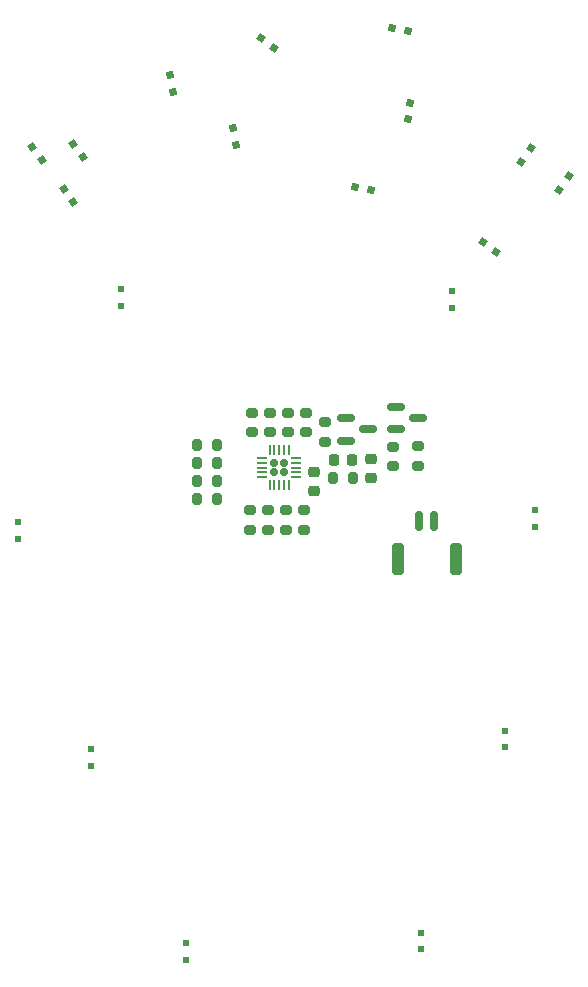
<source format=gbr>
%TF.GenerationSoftware,KiCad,Pcbnew,8.0.5*%
%TF.CreationDate,2024-10-29T18:32:59-07:00*%
%TF.ProjectId,dfiu-ch32v003,64666975-2d63-4683-9332-763030332e6b,rev?*%
%TF.SameCoordinates,Original*%
%TF.FileFunction,Paste,Bot*%
%TF.FilePolarity,Positive*%
%FSLAX46Y46*%
G04 Gerber Fmt 4.6, Leading zero omitted, Abs format (unit mm)*
G04 Created by KiCad (PCBNEW 8.0.5) date 2024-10-29 18:32:59*
%MOMM*%
%LPD*%
G01*
G04 APERTURE LIST*
G04 Aperture macros list*
%AMRoundRect*
0 Rectangle with rounded corners*
0 $1 Rounding radius*
0 $2 $3 $4 $5 $6 $7 $8 $9 X,Y pos of 4 corners*
0 Add a 4 corners polygon primitive as box body*
4,1,4,$2,$3,$4,$5,$6,$7,$8,$9,$2,$3,0*
0 Add four circle primitives for the rounded corners*
1,1,$1+$1,$2,$3*
1,1,$1+$1,$4,$5*
1,1,$1+$1,$6,$7*
1,1,$1+$1,$8,$9*
0 Add four rect primitives between the rounded corners*
20,1,$1+$1,$2,$3,$4,$5,0*
20,1,$1+$1,$4,$5,$6,$7,0*
20,1,$1+$1,$6,$7,$8,$9,0*
20,1,$1+$1,$8,$9,$2,$3,0*%
%AMRotRect*
0 Rectangle, with rotation*
0 The origin of the aperture is its center*
0 $1 length*
0 $2 width*
0 $3 Rotation angle, in degrees counterclockwise*
0 Add horizontal line*
21,1,$1,$2,0,0,$3*%
G04 Aperture macros list end*
%ADD10RotRect,0.600000X0.600000X55.000000*%
%ADD11RotRect,0.600000X0.600000X170.000000*%
%ADD12RotRect,0.600000X0.600000X260.000000*%
%ADD13RotRect,0.600000X0.600000X100.000000*%
%ADD14RotRect,0.600000X0.600000X305.000000*%
%ADD15RotRect,0.600000X0.600000X280.000000*%
%ADD16RotRect,0.600000X0.600000X235.000000*%
%ADD17RotRect,0.600000X0.600000X145.000000*%
%ADD18RotRect,0.600000X0.600000X350.000000*%
%ADD19RoundRect,0.150000X-0.587500X-0.150000X0.587500X-0.150000X0.587500X0.150000X-0.587500X0.150000X0*%
%ADD20RotRect,0.600000X0.600000X325.000000*%
%ADD21RoundRect,0.167500X0.167500X0.167500X-0.167500X0.167500X-0.167500X-0.167500X0.167500X-0.167500X0*%
%ADD22RoundRect,0.050000X0.375000X0.050000X-0.375000X0.050000X-0.375000X-0.050000X0.375000X-0.050000X0*%
%ADD23RoundRect,0.050000X0.050000X0.375000X-0.050000X0.375000X-0.050000X-0.375000X0.050000X-0.375000X0*%
%ADD24RoundRect,0.200000X0.275000X-0.200000X0.275000X0.200000X-0.275000X0.200000X-0.275000X-0.200000X0*%
%ADD25RoundRect,0.200000X0.200000X0.275000X-0.200000X0.275000X-0.200000X-0.275000X0.200000X-0.275000X0*%
%ADD26RoundRect,0.200000X-0.275000X0.200000X-0.275000X-0.200000X0.275000X-0.200000X0.275000X0.200000X0*%
%ADD27RoundRect,0.200000X-0.200000X-0.275000X0.200000X-0.275000X0.200000X0.275000X-0.200000X0.275000X0*%
%ADD28RoundRect,0.150000X0.150000X0.700000X-0.150000X0.700000X-0.150000X-0.700000X0.150000X-0.700000X0*%
%ADD29RoundRect,0.250000X0.250000X1.100000X-0.250000X1.100000X-0.250000X-1.100000X0.250000X-1.100000X0*%
%ADD30RotRect,0.600000X0.600000X125.000000*%
%ADD31R,0.600000X0.600000*%
%ADD32RoundRect,0.225000X-0.250000X0.225000X-0.250000X-0.225000X0.250000X-0.225000X0.250000X0.225000X0*%
%ADD33RoundRect,0.225000X0.225000X0.250000X-0.225000X0.250000X-0.225000X-0.250000X0.225000X-0.250000X0*%
%ADD34RoundRect,0.225000X0.250000X-0.225000X0.250000X0.225000X-0.250000X0.225000X-0.250000X-0.225000X0*%
G04 APERTURE END LIST*
D10*
%TO.C,D20*%
X89175000Y-94200000D03*
X89978010Y-93053186D03*
%TD*%
D11*
%TO.C,D15*%
X71885636Y-93978445D03*
X73264364Y-94221555D03*
%TD*%
D12*
%TO.C,D16*%
X76325028Y-88203434D03*
X76568138Y-86824706D03*
%TD*%
D13*
%TO.C,D13*%
X56474973Y-85878435D03*
X56231863Y-84499707D03*
%TD*%
D14*
%TO.C,D9*%
X47207805Y-94122539D03*
X48010813Y-95269351D03*
%TD*%
D15*
%TO.C,D12*%
X61578446Y-88985635D03*
X61821554Y-90364365D03*
%TD*%
D16*
%TO.C,D19*%
X85946990Y-91821814D03*
X86750000Y-90675000D03*
%TD*%
D17*
%TO.C,D18*%
X83819353Y-99435814D03*
X82672539Y-98632804D03*
%TD*%
D18*
%TO.C,D17*%
X74985635Y-80503446D03*
X76364365Y-80746554D03*
%TD*%
D19*
%TO.C,Q1*%
X75361196Y-114462500D03*
X75361196Y-112562500D03*
X77236196Y-113512500D03*
%TD*%
D20*
%TO.C,D14*%
X63903188Y-81371994D03*
X65050000Y-82175000D03*
%TD*%
D21*
%TO.C,U1*%
X65860000Y-117302500D03*
X65860000Y-118122500D03*
X65040000Y-117302500D03*
X65040000Y-118122500D03*
D22*
X66900000Y-116912500D03*
X66900000Y-117312500D03*
X66900000Y-117712500D03*
X66900000Y-118112500D03*
X66900000Y-118512500D03*
D23*
X66250000Y-119162500D03*
X65850000Y-119162500D03*
X65450000Y-119162500D03*
X65050000Y-119162500D03*
X64650000Y-119162500D03*
D22*
X64000000Y-118512500D03*
X64000000Y-118112500D03*
X64000000Y-117712500D03*
X64000000Y-117312500D03*
X64000000Y-116912500D03*
D23*
X64650000Y-116262500D03*
X65050000Y-116262500D03*
X65450000Y-116262500D03*
X65850000Y-116262500D03*
X66250000Y-116262500D03*
%TD*%
D24*
%TO.C,R16*%
X69298696Y-115537500D03*
X69298696Y-113887500D03*
%TD*%
%TO.C,R15*%
X77248696Y-117562500D03*
X77248696Y-115912500D03*
%TD*%
%TO.C,R14*%
X75098696Y-117587500D03*
X75098696Y-115937500D03*
%TD*%
D25*
%TO.C,R13*%
X71698696Y-118612500D03*
X70048696Y-118612500D03*
%TD*%
D26*
%TO.C,R12*%
X67750000Y-114737500D03*
X67750000Y-113087500D03*
%TD*%
%TO.C,R11*%
X66225000Y-113087500D03*
X66225000Y-114737500D03*
%TD*%
%TO.C,R10*%
X64700000Y-113087500D03*
X64700000Y-114737500D03*
%TD*%
%TO.C,R9*%
X63175000Y-113087500D03*
X63175000Y-114737500D03*
%TD*%
D27*
%TO.C,R8*%
X58500000Y-115837500D03*
X60150000Y-115837500D03*
%TD*%
%TO.C,R7*%
X58500000Y-117362500D03*
X60150000Y-117362500D03*
%TD*%
%TO.C,R6*%
X58500000Y-118887500D03*
X60150000Y-118887500D03*
%TD*%
%TO.C,R5*%
X58500000Y-120412500D03*
X60150000Y-120412500D03*
%TD*%
D24*
%TO.C,R4*%
X62950000Y-122987500D03*
X62950000Y-121337500D03*
%TD*%
%TO.C,R3*%
X64475000Y-122987500D03*
X64475000Y-121337500D03*
%TD*%
%TO.C,R2*%
X66000000Y-122987500D03*
X66000000Y-121337500D03*
%TD*%
%TO.C,R1*%
X67525000Y-122987500D03*
X67525000Y-121337500D03*
%TD*%
D19*
%TO.C,Q2*%
X71123696Y-115437500D03*
X71123696Y-113537500D03*
X72998696Y-114487500D03*
%TD*%
D28*
%TO.C,LS1*%
X78575000Y-122275000D03*
X77325000Y-122275000D03*
D29*
X80425000Y-125475000D03*
X75475000Y-125475000D03*
%TD*%
D30*
%TO.C,D11*%
X48817194Y-91427461D03*
X48014188Y-90280649D03*
%TD*%
D14*
%TO.C,D10*%
X45353008Y-91696812D03*
X44550000Y-90550000D03*
%TD*%
D31*
%TO.C,D8*%
X52052634Y-102622662D03*
X52052634Y-104022662D03*
%TD*%
%TO.C,D7*%
X43301431Y-123725000D03*
X43301431Y-122325000D03*
%TD*%
%TO.C,D6*%
X49490301Y-141576867D03*
X49490301Y-142976867D03*
%TD*%
%TO.C,D5*%
X57575000Y-158000000D03*
X57575000Y-159400000D03*
%TD*%
%TO.C,D4*%
X77426483Y-158501570D03*
X77426483Y-157101570D03*
%TD*%
%TO.C,D3*%
X84577914Y-141401570D03*
X84577914Y-140001570D03*
%TD*%
%TO.C,D2*%
X87137613Y-122724703D03*
X87137613Y-121324703D03*
%TD*%
%TO.C,D1*%
X80091783Y-102799703D03*
X80091783Y-104199703D03*
%TD*%
D32*
%TO.C,C3*%
X73248696Y-117012500D03*
X73248696Y-118562500D03*
%TD*%
D33*
%TO.C,C2*%
X71648696Y-117062500D03*
X70098696Y-117062500D03*
%TD*%
D34*
%TO.C,C1*%
X68375000Y-119662500D03*
X68375000Y-118112500D03*
%TD*%
M02*

</source>
